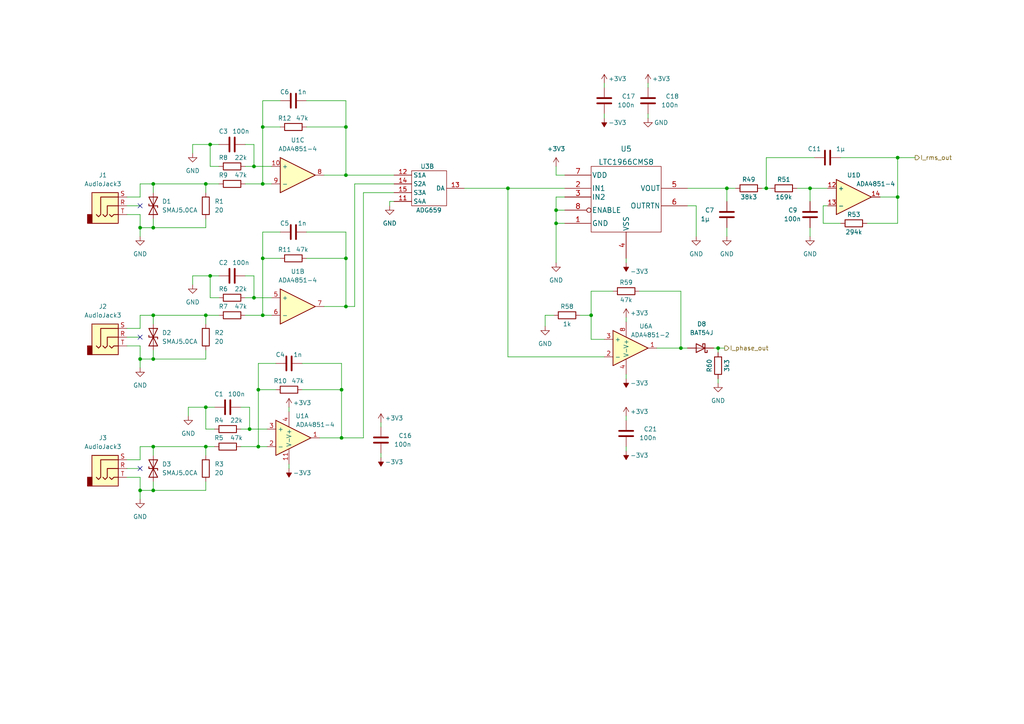
<source format=kicad_sch>
(kicad_sch (version 20211123) (generator eeschema)
  (paper "A4")
  (lib_symbols
    (symbol "ADA4851-2_multipart:ADA4851-2"
      (property "Reference" "U" (at 2.54 3.81 0))
      (property "Value" "ADA4851-2" (at 7.62 -3.81 0))
      (symbol "ADA4851-2_0_1"
        (polyline (pts (xy -3.81 5.08) (xy 6.35 0) (xy -3.81 -5.08) (xy -3.81 5.08)) (stroke (width 0.254)) (fill (type background)))
      )
      (symbol "ADA4851-2_1_1"
        (pin output line (at 8.89 0 180) (length 2.54) (name "~") (number "1"))
        (pin input line (at -6.35 -2.54 0) (length 2.54) (name "-") (number "2"))
        (pin input line (at -6.35 2.54 0) (length 2.54) (name "+") (number "3"))
        (pin power_in line (at 0 -7.62 90) (length 4.445) (name "V-") (number "4"))
        (pin power_in line (at 0 7.62 270) (length 4.445) (name "V+") (number "8"))
      )
      (symbol "ADA4851-2_2_1"
        (pin input line (at -6.35 2.54 0) (length 2.54) (name "+") (number "5"))
        (pin input line (at -6.35 -2.54 0) (length 2.54) (name "-") (number "6"))
        (pin output line (at 8.89 0 180) (length 2.54) (name "~") (number "7"))
      )
    )
    (symbol "ADA4851-4_multipart:ADA4851-4"
      (property "Reference" "U" (at 2.54 -0.635 0))
      (property "Value" "ADA4851-4" (at 7.62 -8.89 0))
      (symbol "ADA4851-4_0_1"
        (polyline (pts (xy -3.81 0) (xy 6.35 -5.08) (xy -3.81 -10.16) (xy -3.81 0)) (stroke (width 0.254)) (fill (type background)))
      )
      (symbol "ADA4851-4_1_1"
        (pin output line (at 8.89 -5.08 180) (length 2.54) (name "~") (number "1"))
        (pin power_in line (at 0 -12.7 90) (length 4.445) (name "V-") (number "11"))
        (pin input line (at -6.35 -7.62 0) (length 2.54) (name "-") (number "2"))
        (pin input line (at -6.35 -2.54 0) (length 2.54) (name "+") (number "3"))
        (pin power_in line (at 0 2.54 270) (length 4.445) (name "V+") (number "4"))
      )
      (symbol "ADA4851-4_2_1"
        (pin input line (at -6.35 -2.54 0) (length 2.54) (name "+") (number "5"))
        (pin input line (at -6.35 -7.62 0) (length 2.54) (name "-") (number "6"))
        (pin output line (at 8.89 -5.08 180) (length 2.54) (name "~") (number "7"))
      )
      (symbol "ADA4851-4_3_1"
        (pin input line (at -6.35 -2.54 0) (length 2.54) (name "+") (number "10"))
        (pin output line (at 8.89 -5.08 180) (length 2.54) (name "~") (number "8"))
        (pin input line (at -6.35 -7.62 0) (length 2.54) (name "-") (number "9"))
      )
      (symbol "ADA4851-4_4_1"
        (pin input line (at -6.35 -2.54 0) (length 2.54) (name "+") (number "12"))
        (pin input line (at -6.35 -7.62 0) (length 2.54) (name "-") (number "13"))
        (pin output line (at 8.89 -5.08 180) (length 2.54) (name "~") (number "14"))
      )
    )
    (symbol "ADG659_multipart:ADG659"
      (property "Reference" "U" (at 0 12.7 0))
      (property "Value" "ADG659" (at 0 10.16 0))
      (symbol "ADG659_1_1"
        (rectangle (start -6.35 8.89) (end 6.35 -10.16))
        (pin input line (at -11.43 2.54 0) (length 5.08) (name "A0") (number "10"))
        (pin power_in line (at -11.43 6.35 0) (length 5.08) (name "VDD") (number "16"))
        (pin input inverted (at -11.43 -3.81 0) (length 5.08) (name "EN") (number "6"))
        (pin power_in line (at 0 -15.24 90) (length 5.08) (name "VSS") (number "7"))
        (pin power_in line (at -11.43 -7.62 0) (length 5.08) (name "GND") (number "8"))
        (pin input line (at -11.43 0 0) (length 5.08) (name "A1") (number "9"))
      )
      (symbol "ADG659_2_1"
        (rectangle (start -5.08 5.08) (end 5.08 -5.08))
        (pin input line (at -10.16 -3.81 0) (length 5.08) (name "S4A") (number "11"))
        (pin input line (at -10.16 3.81 0) (length 5.08) (name "S1A") (number "12"))
        (pin output line (at 10.16 0 180) (length 5.08) (name "DA") (number "13"))
        (pin input line (at -10.16 1.27 0) (length 5.08) (name "S2A") (number "14"))
        (pin input line (at -10.16 -1.27 0) (length 5.08) (name "S3A") (number "15"))
      )
      (symbol "ADG659_3_1"
        (rectangle (start -5.08 5.08) (end 5.08 -5.08))
        (pin input line (at -10.16 3.81 0) (length 5.08) (name "S1B") (number "1"))
        (pin input line (at -10.16 -1.27 0) (length 5.08) (name "S3B") (number "2"))
        (pin output line (at 10.16 0 180) (length 5.08) (name "DB") (number "3"))
        (pin input line (at -10.16 -3.81 0) (length 5.08) (name "S4B") (number "4"))
        (pin input line (at -10.16 1.27 0) (length 5.08) (name "S2B") (number "5"))
      )
    )
    (symbol "Connector:AudioJack3"
      (property "Reference" "J" (at 0 8.89 0))
      (property "Value" "AudioJack3" (at 0 6.35 0))
      (symbol "AudioJack3_0_1"
        (rectangle (start -5.08 -5.08) (end -6.35 -2.54) (stroke (width 0.254)) (fill (type outline)))
        (polyline (pts (xy 0 -2.54) (xy 0.635 -3.175) (xy 1.27 -2.54) (xy 2.54 -2.54)) (stroke (width 0.254)))
        (polyline (pts (xy -1.905 -2.54) (xy -1.27 -3.175) (xy -0.635 -2.54) (xy -0.635 0) (xy 2.54 0)) (stroke (width 0.254)))
        (polyline (pts (xy 2.54 2.54) (xy -2.54 2.54) (xy -2.54 -2.54) (xy -3.175 -3.175) (xy -3.81 -2.54)) (stroke (width 0.254)))
        (rectangle (start 2.54 3.81) (end -5.08 -5.08) (stroke (width 0.254)) (fill (type background)))
      )
      (symbol "AudioJack3_1_1"
        (pin passive line (at 5.08 0 180) (length 2.54) (name "~") (number "R"))
        (pin passive line (at 5.08 2.54 180) (length 2.54) (name "~") (number "S"))
        (pin passive line (at 5.08 -2.54 180) (length 2.54) (name "~") (number "T"))
      )
    )
    (symbol "Device:C" (pin_numbers hide) (pin_names (offset 0.254))
      (property "Reference" "C" (at 0.635 2.54 0))
      (property "Value" "C" (at 0.635 -2.54 0))
      (symbol "C_0_1"
        (polyline (pts (xy -2.032 -0.762) (xy 2.032 -0.762)) (stroke (width 0.508)))
        (polyline (pts (xy -2.032 0.762) (xy 2.032 0.762)) (stroke (width 0.508)))
      )
      (symbol "C_1_1"
        (pin passive line (at 0 3.81 270) (length 2.794) (name "~") (number "1"))
        (pin passive line (at 0 -3.81 90) (length 2.794) (name "~") (number "2"))
      )
    )
    (symbol "Device:D_TVS" (pin_numbers hide) (pin_names (offset 1.016) hide)
      (property "Reference" "D" (at 0 2.54 0))
      (property "Value" "D_TVS" (at 0 -2.54 0))
      (symbol "D_TVS_0_1"
        (polyline (pts (xy 1.27 0) (xy -1.27 0)))
        (polyline (pts (xy 0.508 1.27) (xy 0 1.27) (xy 0 -1.27) (xy -0.508 -1.27)) (stroke (width 0.254)))
        (polyline (pts (xy -2.54 1.27) (xy -2.54 -1.27) (xy 2.54 1.27) (xy 2.54 -1.27) (xy -2.54 1.27)) (stroke (width 0.254)))
      )
      (symbol "D_TVS_1_1"
        (pin passive line (at -3.81 0 0) (length 2.54) (name "A1") (number "1"))
        (pin passive line (at 3.81 0 180) (length 2.54) (name "A2") (number "2"))
      )
    )
    (symbol "Device:R" (pin_numbers hide) (pin_names (offset 0))
      (property "Reference" "R" (at 2.032 0 90))
      (property "Value" "R" (at 0 0 90))
      (symbol "R_0_1"
        (rectangle (start -1.016 -2.54) (end 1.016 2.54) (stroke (width 0.254)))
      )
      (symbol "R_1_1"
        (pin passive line (at 0 3.81 270) (length 1.27) (name "~") (number "1"))
        (pin passive line (at 0 -3.81 90) (length 1.27) (name "~") (number "2"))
      )
    )
    (symbol "Diode:BAT54J" (pin_numbers hide) (pin_names hide)
      (property "Reference" "D" (at 0 2.54 0))
      (property "Value" "BAT54J" (at 0 -2.54 0))
      (symbol "BAT54J_0_1"
        (polyline (pts (xy 1.27 0) (xy -1.27 0)))
        (polyline (pts (xy 1.27 1.27) (xy 1.27 -1.27) (xy -1.27 0) (xy 1.27 1.27)) (stroke (width 0.254)))
        (polyline (pts (xy -1.905 0.635) (xy -1.905 1.27) (xy -1.27 1.27) (xy -1.27 -1.27) (xy -0.635 -1.27) (xy -0.635 -0.635)) (stroke (width 0.254)))
      )
      (symbol "BAT54J_1_1"
        (pin passive line (at -3.81 0 0) (length 2.54) (name "K") (number "1"))
        (pin passive line (at 3.81 0 180) (length 2.54) (name "A") (number "2"))
      )
    )
    (symbol "LTC1966:LTC1966CMS8" (pin_names (offset 0.254))
      (property "Reference" "U" (at 0 13.97 0))
      (property "Value" "LTC1966CMS8" (at 0 11.43 0))
      (symbol "LTC1966CMS8_1_1"
        (rectangle (start -10.16 8.89) (end 10.16 -10.16))
        (pin power_in line (at -17.78 -7.62 0) (length 7.62) (name "GND") (number "1"))
        (pin input line (at -17.78 2.54 0) (length 7.62) (name "IN1") (number "2"))
        (pin input line (at -17.78 0 0) (length 7.62) (name "IN2") (number "3"))
        (pin power_in line (at 0 -17.78 90) (length 7.62) (name "VSS") (number "4"))
        (pin output line (at 17.78 2.54 180) (length 7.62) (name "VOUT") (number "5"))
        (pin input line (at 17.78 -2.54 180) (length 7.62) (name "OUTRTN") (number "6"))
        (pin power_in line (at -17.78 6.35 0) (length 7.62) (name "VDD") (number "7"))
        (pin input inverted (at -17.78 -3.81 0) (length 7.62) (name "ENABLE") (number "8"))
      )
    )
    (symbol "power:+3V3" (power) (pin_names (offset 0))
      (property "Value" "+3V3" (at 0 3.556 0))
      (symbol "+3V3_0_1"
        (polyline (pts (xy -0.762 1.27) (xy 0 2.54)))
        (polyline (pts (xy 0 0) (xy 0 2.54)))
        (polyline (pts (xy 0 2.54) (xy 0.762 1.27)))
      )
      (symbol "+3V3_1_1"
        (pin power_in line (at 0 0 90) (length 0) hide (name "+3V3") (number "1"))
      )
    )
    (symbol "power:-3V3" (power) (pin_names (offset 0))
      (property "Value" "-3V3" (at 0 3.81 0))
      (symbol "-3V3_0_0"
        (pin power_in line (at 0 0 90) (length 0) hide (name "-3V3") (number "1"))
      )
      (symbol "-3V3_0_1"
        (polyline (pts (xy 0 0) (xy 0 1.27) (xy 0.762 1.27) (xy 0 2.54) (xy -0.762 1.27) (xy 0 1.27)) (fill (type outline)))
      )
    )
    (symbol "power:GND" (power) (pin_names (offset 0))
      (property "Value" "GND" (at 0 -3.81 0))
      (symbol "GND_0_1"
        (polyline (pts (xy 0 0) (xy 0 -1.27) (xy 1.27 -1.27) (xy 0 -2.54) (xy -1.27 -1.27) (xy 0 -1.27)))
      )
      (symbol "GND_1_1"
        (pin power_in line (at 0 0 270) (length 0) hide (name "GND") (number "1"))
      )
    )
  )
  (junction (at 44.45 104.14))
  (junction (at 44.45 142.24))
  (junction (at 222.25 54.61))
  (junction (at 76.2 36.83))
  (junction (at 59.69 118.11))
  (junction (at 161.29 60.96))
  (junction (at 100.33 74.93))
  (junction (at 44.45 53.34))
  (junction (at 72.39 124.46))
  (junction (at 260.35 45.72))
  (junction (at 60.96 80.01))
  (junction (at 40.64 142.24))
  (junction (at 208.28 100.965))
  (junction (at 234.95 54.61))
  (junction (at 73.66 86.36))
  (junction (at 147.32 54.61))
  (junction (at 73.66 48.26))
  (junction (at 59.69 53.34))
  (junction (at 100.33 88.9))
  (junction (at 76.2 53.34))
  (junction (at 260.35 57.15))
  (junction (at 76.2 74.93))
  (junction (at 74.93 113.03))
  (junction (at 40.64 104.14))
  (junction (at 44.45 91.44))
  (junction (at 76.2 91.44))
  (junction (at 74.93 129.54))
  (junction (at 59.69 91.44))
  (junction (at 197.485 100.965))
  (junction (at 60.96 41.91))
  (junction (at 161.29 64.77))
  (junction (at 171.45 91.44))
  (junction (at 99.06 127))
  (junction (at 100.33 36.83))
  (junction (at 40.64 66.04))
  (junction (at 99.06 113.03))
  (junction (at 59.69 129.54))
  (junction (at 210.82 54.61))
  (junction (at 100.33 50.8))
  (junction (at 44.45 66.04))
  (junction (at 44.45 129.54))
  (no_connect (at 40.64 135.89))
  (no_connect (at 40.64 97.79))
  (no_connect (at 40.64 59.69))
  (wire (pts (xy 40.64 66.04) (xy 40.64 68.58)))
  (wire (pts (xy 73.66 80.01) (xy 73.66 86.36)))
  (wire (pts (xy 185.42 84.455) (xy 197.485 84.455)))
  (wire (pts (xy 181.61 129.54) (xy 181.61 130.81)))
  (wire (pts (xy 208.28 100.965) (xy 208.28 102.235)))
  (wire (pts (xy 59.69 66.04) (xy 59.69 63.5)))
  (wire (pts (xy 40.64 142.24) (xy 40.64 144.78)))
  (wire (pts (xy 177.8 84.455) (xy 171.45 84.455)))
  (wire (pts (xy 40.64 62.23) (xy 40.64 66.04)))
  (wire (pts (xy 71.12 41.91) (xy 73.66 41.91)))
  (wire (pts (xy 63.5 41.91) (xy 60.96 41.91)))
  (wire (pts (xy 73.66 41.91) (xy 73.66 48.26)))
  (wire (pts (xy 243.84 64.77) (xy 238.76 64.77)))
  (wire (pts (xy 171.45 84.455) (xy 171.45 91.44)))
  (wire (pts (xy 80.01 105.41) (xy 74.93 105.41)))
  (wire (pts (xy 36.83 62.23) (xy 40.64 62.23)))
  (wire (pts (xy 74.93 129.54) (xy 77.47 129.54)))
  (wire (pts (xy 40.64 133.35) (xy 40.64 129.54)))
  (wire (pts (xy 81.28 29.21) (xy 76.2 29.21)))
  (wire (pts (xy 99.06 127) (xy 105.41 127)))
  (wire (pts (xy 76.2 74.93) (xy 76.2 91.44)))
  (wire (pts (xy 161.29 50.8) (xy 163.83 50.8)))
  (wire (pts (xy 100.33 50.8) (xy 100.33 36.83)))
  (wire (pts (xy 40.64 138.43) (xy 40.64 142.24)))
  (wire (pts (xy 74.93 113.03) (xy 74.93 129.54)))
  (wire (pts (xy 161.29 57.15) (xy 161.29 60.96)))
  (wire (pts (xy 100.33 88.9) (xy 93.98 88.9)))
  (wire (pts (xy 187.96 24.13) (xy 187.96 25.4)))
  (wire (pts (xy 60.96 41.91) (xy 60.96 48.26)))
  (wire (pts (xy 59.69 53.34) (xy 59.69 55.88)))
  (wire (pts (xy 93.98 50.8) (xy 100.33 50.8)))
  (wire (pts (xy 163.83 57.15) (xy 161.29 57.15)))
  (wire (pts (xy 100.33 67.31) (xy 100.33 74.93)))
  (wire (pts (xy 168.275 91.44) (xy 171.45 91.44)))
  (wire (pts (xy 44.45 53.34) (xy 44.45 55.88)))
  (wire (pts (xy 181.61 92.075) (xy 181.61 93.345)))
  (wire (pts (xy 59.69 142.24) (xy 59.69 139.7)))
  (wire (pts (xy 161.29 48.26) (xy 161.29 50.8)))
  (wire (pts (xy 222.25 45.72) (xy 236.22 45.72)))
  (wire (pts (xy 71.12 91.44) (xy 76.2 91.44)))
  (wire (pts (xy 59.69 129.54) (xy 59.69 132.08)))
  (wire (pts (xy 100.33 88.9) (xy 100.33 74.93)))
  (wire (pts (xy 208.28 109.855) (xy 208.28 111.125)))
  (wire (pts (xy 36.83 133.35) (xy 40.64 133.35)))
  (wire (pts (xy 181.61 120.65) (xy 181.61 121.92)))
  (wire (pts (xy 44.45 53.34) (xy 59.69 53.34)))
  (wire (pts (xy 73.66 48.26) (xy 71.12 48.26)))
  (wire (pts (xy 44.45 63.5) (xy 44.45 66.04)))
  (wire (pts (xy 76.2 36.83) (xy 76.2 53.34)))
  (wire (pts (xy 36.83 57.15) (xy 40.64 57.15)))
  (wire (pts (xy 187.96 33.02) (xy 187.96 34.29)))
  (wire (pts (xy 74.93 113.03) (xy 80.01 113.03)))
  (wire (pts (xy 76.2 36.83) (xy 81.28 36.83)))
  (wire (pts (xy 83.82 118.11) (xy 83.82 119.38)))
  (wire (pts (xy 99.06 127) (xy 92.71 127)))
  (wire (pts (xy 134.62 54.61) (xy 147.32 54.61)))
  (wire (pts (xy 238.76 59.69) (xy 240.03 59.69)))
  (wire (pts (xy 73.66 86.36) (xy 71.12 86.36)))
  (wire (pts (xy 161.29 76.2) (xy 161.29 64.77)))
  (wire (pts (xy 74.93 105.41) (xy 74.93 113.03)))
  (wire (pts (xy 238.76 64.77) (xy 238.76 59.69)))
  (wire (pts (xy 76.2 29.21) (xy 76.2 36.83)))
  (wire (pts (xy 44.45 129.54) (xy 59.69 129.54)))
  (wire (pts (xy 100.33 50.8) (xy 114.3 50.8)))
  (wire (pts (xy 222.25 54.61) (xy 223.52 54.61)))
  (wire (pts (xy 147.32 103.505) (xy 147.32 54.61)))
  (wire (pts (xy 260.35 64.77) (xy 260.35 57.15)))
  (wire (pts (xy 44.45 139.7) (xy 44.45 142.24)))
  (wire (pts (xy 40.64 57.15) (xy 40.64 53.34)))
  (wire (pts (xy 260.35 57.15) (xy 255.27 57.15)))
  (wire (pts (xy 114.3 55.88) (xy 105.41 55.88)))
  (wire (pts (xy 100.33 36.83) (xy 88.9 36.83)))
  (wire (pts (xy 40.64 142.24) (xy 44.45 142.24)))
  (wire (pts (xy 181.61 74.93) (xy 181.61 76.2)))
  (wire (pts (xy 69.85 118.11) (xy 72.39 118.11)))
  (wire (pts (xy 113.03 59.69) (xy 113.03 58.42)))
  (wire (pts (xy 99.06 127) (xy 99.06 113.03)))
  (wire (pts (xy 210.82 66.04) (xy 210.82 68.58)))
  (wire (pts (xy 147.32 54.61) (xy 163.83 54.61)))
  (wire (pts (xy 76.2 53.34) (xy 78.74 53.34)))
  (wire (pts (xy 44.45 142.24) (xy 59.69 142.24)))
  (wire (pts (xy 234.95 54.61) (xy 240.03 54.61)))
  (wire (pts (xy 175.26 24.13) (xy 175.26 25.4)))
  (wire (pts (xy 222.25 45.72) (xy 222.25 54.61)))
  (wire (pts (xy 62.23 118.11) (xy 59.69 118.11)))
  (wire (pts (xy 55.88 82.55) (xy 55.88 80.01)))
  (wire (pts (xy 110.49 131.445) (xy 110.49 132.715)))
  (wire (pts (xy 59.69 53.34) (xy 63.5 53.34)))
  (wire (pts (xy 88.9 67.31) (xy 100.33 67.31)))
  (wire (pts (xy 36.83 135.89) (xy 40.64 135.89)))
  (wire (pts (xy 201.93 68.58) (xy 201.93 59.69)))
  (wire (pts (xy 243.84 45.72) (xy 260.35 45.72)))
  (wire (pts (xy 69.85 129.54) (xy 74.93 129.54)))
  (wire (pts (xy 197.485 100.965) (xy 190.5 100.965)))
  (wire (pts (xy 210.82 54.61) (xy 210.82 58.42)))
  (wire (pts (xy 40.64 104.14) (xy 44.45 104.14)))
  (wire (pts (xy 113.03 58.42) (xy 114.3 58.42)))
  (wire (pts (xy 76.2 74.93) (xy 81.28 74.93)))
  (wire (pts (xy 260.35 45.72) (xy 265.43 45.72)))
  (wire (pts (xy 55.88 44.45) (xy 55.88 41.91)))
  (wire (pts (xy 160.655 91.44) (xy 158.115 91.44)))
  (wire (pts (xy 40.64 53.34) (xy 44.45 53.34)))
  (wire (pts (xy 100.33 29.21) (xy 100.33 36.83)))
  (wire (pts (xy 40.64 91.44) (xy 44.45 91.44)))
  (wire (pts (xy 59.69 91.44) (xy 63.5 91.44)))
  (wire (pts (xy 171.45 91.44) (xy 171.45 98.425)))
  (wire (pts (xy 231.14 54.61) (xy 234.95 54.61)))
  (wire (pts (xy 54.61 118.11) (xy 59.69 118.11)))
  (wire (pts (xy 44.45 104.14) (xy 59.69 104.14)))
  (wire (pts (xy 110.49 122.555) (xy 110.49 123.825)))
  (wire (pts (xy 251.46 64.77) (xy 260.35 64.77)))
  (wire (pts (xy 54.61 120.65) (xy 54.61 118.11)))
  (wire (pts (xy 197.485 100.965) (xy 199.39 100.965)))
  (wire (pts (xy 36.83 95.25) (xy 40.64 95.25)))
  (wire (pts (xy 83.82 134.62) (xy 83.82 135.89)))
  (wire (pts (xy 36.83 100.33) (xy 40.64 100.33)))
  (wire (pts (xy 73.66 86.36) (xy 78.74 86.36)))
  (wire (pts (xy 40.64 129.54) (xy 44.45 129.54)))
  (wire (pts (xy 72.39 124.46) (xy 77.47 124.46)))
  (wire (pts (xy 44.45 91.44) (xy 59.69 91.44)))
  (wire (pts (xy 36.83 97.79) (xy 40.64 97.79)))
  (wire (pts (xy 59.69 104.14) (xy 59.69 101.6)))
  (wire (pts (xy 87.63 105.41) (xy 99.06 105.41)))
  (wire (pts (xy 36.83 59.69) (xy 40.64 59.69)))
  (wire (pts (xy 158.115 91.44) (xy 158.115 94.615)))
  (wire (pts (xy 99.06 113.03) (xy 87.63 113.03)))
  (wire (pts (xy 55.88 41.91) (xy 60.96 41.91)))
  (wire (pts (xy 55.88 80.01) (xy 60.96 80.01)))
  (wire (pts (xy 72.39 118.11) (xy 72.39 124.46)))
  (wire (pts (xy 71.12 80.01) (xy 73.66 80.01)))
  (wire (pts (xy 234.95 54.61) (xy 234.95 58.42)))
  (wire (pts (xy 44.45 101.6) (xy 44.45 104.14)))
  (wire (pts (xy 161.29 64.77) (xy 163.83 64.77)))
  (wire (pts (xy 175.26 103.505) (xy 147.32 103.505)))
  (wire (pts (xy 59.69 129.54) (xy 62.23 129.54)))
  (wire (pts (xy 76.2 91.44) (xy 78.74 91.44)))
  (wire (pts (xy 60.96 80.01) (xy 60.96 86.36)))
  (wire (pts (xy 199.39 54.61) (xy 210.82 54.61)))
  (wire (pts (xy 208.28 100.965) (xy 210.185 100.965)))
  (wire (pts (xy 40.64 95.25) (xy 40.64 91.44)))
  (wire (pts (xy 44.45 129.54) (xy 44.45 132.08)))
  (wire (pts (xy 36.83 138.43) (xy 40.64 138.43)))
  (wire (pts (xy 102.87 88.9) (xy 100.33 88.9)))
  (wire (pts (xy 44.45 66.04) (xy 59.69 66.04)))
  (wire (pts (xy 73.66 48.26) (xy 78.74 48.26)))
  (wire (pts (xy 213.36 54.61) (xy 210.82 54.61)))
  (wire (pts (xy 175.26 33.02) (xy 175.26 34.29)))
  (wire (pts (xy 59.69 124.46) (xy 62.23 124.46)))
  (wire (pts (xy 40.64 104.14) (xy 40.64 106.68)))
  (wire (pts (xy 59.69 91.44) (xy 59.69 93.98)))
  (wire (pts (xy 99.06 105.41) (xy 99.06 113.03)))
  (wire (pts (xy 100.33 74.93) (xy 88.9 74.93)))
  (wire (pts (xy 234.95 66.04) (xy 234.95 68.58)))
  (wire (pts (xy 207.01 100.965) (xy 208.28 100.965)))
  (wire (pts (xy 197.485 84.455) (xy 197.485 100.965)))
  (wire (pts (xy 161.29 64.77) (xy 161.29 60.96)))
  (wire (pts (xy 114.3 53.34) (xy 102.87 53.34)))
  (wire (pts (xy 72.39 124.46) (xy 69.85 124.46)))
  (wire (pts (xy 220.98 54.61) (xy 222.25 54.61)))
  (wire (pts (xy 171.45 98.425) (xy 175.26 98.425)))
  (wire (pts (xy 60.96 48.26) (xy 63.5 48.26)))
  (wire (pts (xy 40.64 100.33) (xy 40.64 104.14)))
  (wire (pts (xy 63.5 80.01) (xy 60.96 80.01)))
  (wire (pts (xy 59.69 118.11) (xy 59.69 124.46)))
  (wire (pts (xy 199.39 59.69) (xy 201.93 59.69)))
  (wire (pts (xy 81.28 67.31) (xy 76.2 67.31)))
  (wire (pts (xy 40.64 66.04) (xy 44.45 66.04)))
  (wire (pts (xy 260.35 45.72) (xy 260.35 57.15)))
  (wire (pts (xy 161.29 60.96) (xy 163.83 60.96)))
  (wire (pts (xy 60.96 86.36) (xy 63.5 86.36)))
  (wire (pts (xy 181.61 108.585) (xy 181.61 109.855)))
  (wire (pts (xy 102.87 53.34) (xy 102.87 88.9)))
  (wire (pts (xy 88.9 29.21) (xy 100.33 29.21)))
  (wire (pts (xy 44.45 91.44) (xy 44.45 93.98)))
  (wire (pts (xy 76.2 67.31) (xy 76.2 74.93)))
  (wire (pts (xy 71.12 53.34) (xy 76.2 53.34)))
  (wire (pts (xy 105.41 55.88) (xy 105.41 127)))
  (hierarchical_label "I_rms_out" (shape output) (at 265.43 45.72 0))
  (hierarchical_label "I_phase_out" (shape output) (at 210.185 100.965 0))
  (symbol (lib_id "Device:R") (at 66.04 129.54 90) (unit 1)
    (property "Reference" "R5" (at 63.5 127 90))
    (property "Value" "47k" (at 68.58 127 90))
    (property "Footprint" "Resistor_SMD:R_0603_1608Metric_Pad0.98x0.95mm_HandSolder" (effects hide))
  )
  (symbol (lib_id "Device:D_TVS") (at 44.45 59.69 90) (unit 1)
    (property "Reference" "D1" (at 46.99 58.4199 90) (effects (justify right)))
    (property "Value" "SMAJ5.0CA" (at 46.99 60.9599 90) (effects (justify right)))
    (property "Footprint" "Diode_SMD:D_SMA_Handsoldering" (effects hide))
  )
  (symbol (lib_id "Device:R") (at 217.17 54.61 90) (unit 1)
    (property "Reference" "R49" (at 217.17 52.07 90))
    (property "Value" "38k3" (at 217.17 57.15 90))
    (property "Footprint" "Resistor_SMD:R_0603_1608Metric_Pad0.98x0.95mm_HandSolder" (effects hide))
  )
  (symbol (lib_id "ADA4851-4_multipart:ADA4851-4") (at 83.82 121.92 0) (unit 1)
    (property "Reference" "U1" (at 87.63 120.65 0))
    (property "Value" "ADA4851-4" (at 91.44 123.19 0))
    (property "Footprint" "Footprints:ADA4851-4YRUZ" (effects hide))
  )
  (symbol (lib_id "power:-3V3") (at 181.61 109.855 180) (unit 1)
    (property "Reference" "#PWR0152" (effects hide))
    (property "Value" "-3V3" (at 185.42 111.125 0))
  )
  (symbol (lib_id "Device:R") (at 247.65 64.77 90) (unit 1)
    (property "Reference" "R53" (at 247.65 62.23 90))
    (property "Value" "294k" (at 247.65 67.31 90))
    (property "Footprint" "Resistor_SMD:R_0603_1608Metric_Pad0.98x0.95mm_HandSolder" (effects hide))
  )
  (symbol (lib_id "ADA4851-4_multipart:ADA4851-4") (at 246.38 52.07 0) (unit 4)
    (property "Reference" "U1" (at 247.65 50.8 0))
    (property "Value" "ADA4851-4" (at 254 53.34 0))
    (property "Footprint" "Footprints:ADA4851-4YRUZ" (effects hide))
  )
  (symbol (lib_id "power:GND") (at 40.64 68.58 0) (unit 1)
    (property "Reference" "#PWR0104" (effects hide))
    (property "Value" "GND" (at 40.64 73.66 0))
  )
  (symbol (lib_id "power:-3V3") (at 181.61 76.2 180) (unit 1)
    (property "Reference" "#PWR0136" (effects hide))
    (property "Value" "-3V3" (at 185.42 78.74 0))
  )
  (symbol (lib_id "Device:C") (at 187.96 29.21 0) (unit 1)
    (property "Reference" "C18" (at 193.04 27.94 0) (effects (justify left)))
    (property "Value" "100n" (at 191.77 30.48 0) (effects (justify left)))
    (property "Footprint" "Capacitor_SMD:C_0603_1608Metric_Pad1.08x0.95mm_HandSolder" (effects hide))
    (property "Voltage rating" "6.3V" (effects hide))
  )
  (symbol (lib_id "ADG659_multipart:ADG659") (at 124.46 54.61 0) (unit 2)
    (property "Reference" "U3" (at 121.92 48.26 0) (effects (justify left)))
    (property "Value" "ADG659" (at 120.65 60.96 0) (effects (justify left)))
    (property "Footprint" "Footprints:ADG659YRUZ" (effects hide))
  )
  (symbol (lib_id "Device:R") (at 67.31 86.36 90) (unit 1)
    (property "Reference" "R6" (at 64.77 83.82 90))
    (property "Value" "22k" (at 69.85 83.82 90))
    (property "Footprint" "Resistor_SMD:R_0603_1608Metric_Pad0.98x0.95mm_HandSolder" (effects hide))
  )
  (symbol (lib_id "Connector:AudioJack3") (at 31.75 59.69 0) (unit 1)
    (property "Reference" "J1" (at 29.845 50.8 0))
    (property "Value" "AudioJack3" (at 29.845 53.34 0))
    (property "Footprint" "Footprints:Jack_3.5mm_CUI_SJ-3523-SMT_Horizontal" (effects hide))
  )
  (symbol (lib_id "Device:D_TVS") (at 44.45 97.79 90) (unit 1)
    (property "Reference" "D2" (at 46.99 96.5199 90) (effects (justify right)))
    (property "Value" "SMAJ5.0CA" (at 46.99 99.0599 90) (effects (justify right)))
    (property "Footprint" "Diode_SMD:D_SMA_Handsoldering" (effects hide))
  )
  (symbol (lib_id "power:+3V3") (at 110.49 122.555 0) (unit 1)
    (property "Reference" "#PWR0138" (effects hide))
    (property "Value" "+3V3" (at 114.3 121.285 0))
  )
  (symbol (lib_id "power:GND") (at 55.88 82.55 0) (unit 1)
    (property "Reference" "#PWR0105" (effects hide))
    (property "Value" "GND" (at 55.88 87.63 0))
  )
  (symbol (lib_id "ADA4851-4_multipart:ADA4851-4") (at 85.09 83.82 0) (unit 2)
    (property "Reference" "U1" (at 86.36 78.74 0))
    (property "Value" "ADA4851-4" (at 86.36 81.28 0))
    (property "Footprint" "Footprints:ADA4851-4YRUZ" (effects hide))
  )
  (symbol (lib_id "Device:R") (at 208.28 106.045 180) (unit 1)
    (property "Reference" "R60" (at 205.74 106.045 90))
    (property "Value" "3k3" (at 210.82 106.045 90))
    (property "Footprint" "Resistor_SMD:R_0603_1608Metric_Pad0.98x0.95mm_HandSolder" (effects hide))
  )
  (symbol (lib_id "Device:R") (at 59.69 97.79 0) (unit 1)
    (property "Reference" "R2" (at 62.23 96.5199 0) (effects (justify left)))
    (property "Value" "20" (at 62.23 99.0599 0) (effects (justify left)))
    (property "Footprint" "Resistor_SMD:R_1206_3216Metric_Pad1.30x1.75mm_HandSolder" (effects hide))
  )
  (symbol (lib_id "power:-3V3") (at 181.61 130.81 180) (unit 1)
    (property "Reference" "#PWR0150" (effects hide))
    (property "Value" "-3V3" (at 185.42 132.08 0))
  )
  (symbol (lib_id "power:GND") (at 55.88 44.45 0) (unit 1)
    (property "Reference" "#PWR0108" (effects hide))
    (property "Value" "GND" (at 55.88 49.53 0))
  )
  (symbol (lib_id "power:-3V3") (at 110.49 132.715 180) (unit 1)
    (property "Reference" "#PWR0139" (effects hide))
    (property "Value" "-3V3" (at 114.3 133.985 0))
  )
  (symbol (lib_id "Connector:AudioJack3") (at 31.75 135.89 0) (unit 1)
    (property "Reference" "J3" (at 29.845 127 0))
    (property "Value" "AudioJack3" (at 29.845 129.54 0))
    (property "Footprint" "Footprints:Jack_3.5mm_CUI_SJ-3523-SMT_Horizontal" (effects hide))
  )
  (symbol (lib_id "power:+3V3") (at 161.29 48.26 0) (unit 1)
    (property "Reference" "#PWR0130" (effects hide))
    (property "Value" "+3V3" (at 161.29 43.18 0))
  )
  (symbol (lib_id "Device:C") (at 210.82 62.23 0) (unit 1)
    (property "Reference" "C7" (at 204.47 60.96 0) (effects (justify left)))
    (property "Value" "1µ" (at 203.2 63.5 0) (effects (justify left)))
    (property "Footprint" "Capacitor_SMD:C_0603_1608Metric_Pad1.08x0.95mm_HandSolder" (effects hide))
    (property "Voltage rating" "6.3V" (effects hide))
    (property "Grade" "X7R" (effects hide))
  )
  (symbol (lib_id "power:GND") (at 113.03 59.69 0) (unit 1)
    (property "Reference" "#PWR0119" (effects hide))
    (property "Value" "GND" (at 113.03 64.77 0))
  )
  (symbol (lib_id "Device:C") (at 66.04 118.11 90) (unit 1)
    (property "Reference" "C1" (at 63.5 114.3 90))
    (property "Value" "100n" (at 68.58 114.3 90))
    (property "Footprint" "Capacitor_SMD:C_0603_1608Metric_Pad1.08x0.95mm_HandSolder" (effects hide))
    (property "Voltage rating" "6.3V" (effects hide))
    (property "Grade" "X7R" (effects hide))
  )
  (symbol (lib_id "Device:D_TVS") (at 44.45 135.89 90) (unit 1)
    (property "Reference" "D3" (at 46.99 134.6199 90) (effects (justify right)))
    (property "Value" "SMAJ5.0CA" (at 46.99 137.1599 90) (effects (justify right)))
    (property "Footprint" "Diode_SMD:D_SMA_Handsoldering" (effects hide))
  )
  (symbol (lib_id "power:+3V3") (at 175.26 24.13 0) (unit 1)
    (property "Reference" "#PWR0134" (effects hide))
    (property "Value" "+3V3" (at 179.07 22.86 0))
  )
  (symbol (lib_id "Device:C") (at 85.09 29.21 90) (unit 1)
    (property "Reference" "C6" (at 82.55 26.67 90))
    (property "Value" "1n" (at 87.63 26.67 90))
    (property "Footprint" "Capacitor_SMD:C_0603_1608Metric_Pad1.08x0.95mm_HandSolder" (effects hide))
    (property "Voltage rating" "6.3V" (effects hide))
    (property "Grade" "X7R" (effects hide))
  )
  (symbol (lib_id "Device:R") (at 59.69 59.69 0) (unit 1)
    (property "Reference" "R1" (at 62.23 58.4199 0) (effects (justify left)))
    (property "Value" "20" (at 62.23 60.9599 0) (effects (justify left)))
    (property "Footprint" "Resistor_SMD:R_1206_3216Metric_Pad1.30x1.75mm_HandSolder" (effects hide))
  )
  (symbol (lib_id "Device:R") (at 85.09 36.83 90) (unit 1)
    (property "Reference" "R12" (at 82.55 34.29 90))
    (property "Value" "47k" (at 87.63 34.29 90))
    (property "Footprint" "Resistor_SMD:R_0603_1608Metric_Pad0.98x0.95mm_HandSolder" (effects hide))
  )
  (symbol (lib_id "power:-3V3") (at 175.26 34.29 180) (unit 1)
    (property "Reference" "#PWR0135" (effects hide))
    (property "Value" "-3V3" (at 179.07 35.56 0))
  )
  (symbol (lib_id "Device:R") (at 66.04 124.46 90) (unit 1)
    (property "Reference" "R4" (at 63.5 121.92 90))
    (property "Value" "22k" (at 68.58 121.92 90))
    (property "Footprint" "Resistor_SMD:R_0603_1608Metric_Pad0.98x0.95mm_HandSolder" (effects hide))
  )
  (symbol (lib_id "power:GND") (at 210.82 68.58 0) (unit 1)
    (property "Reference" "#PWR0114" (effects hide))
    (property "Value" "GND" (at 210.82 73.66 0))
  )
  (symbol (lib_id "LTC1966:LTC1966CMS8") (at 181.61 57.15 0) (unit 1)
    (property "Reference" "U5" (at 181.61 43.18 0) (effects (font (size 1.524 1.524))))
    (property "Value" "LTC1966CMS8" (at 181.61 46.99 0) (effects (font (size 1.524 1.524))))
    (property "Footprint" "Footprints:LTC1966CMS8" (effects hide))
  )
  (symbol (lib_id "power:GND") (at 187.96 34.29 0) (unit 1)
    (property "Reference" "#PWR0133" (effects hide))
    (property "Value" "GND" (at 191.77 35.56 0))
  )
  (symbol (lib_id "Device:C") (at 181.61 125.73 0) (unit 1)
    (property "Reference" "C21" (at 186.69 124.46 0) (effects (justify left)))
    (property "Value" "100n" (at 185.42 127 0) (effects (justify left)))
    (property "Footprint" "Capacitor_SMD:C_0603_1608Metric_Pad1.08x0.95mm_HandSolder" (effects hide))
    (property "Voltage rating" "10V" (effects hide))
  )
  (symbol (lib_id "Diode:BAT54J") (at 203.2 100.965 180) (unit 1)
    (property "Reference" "D8" (at 203.5175 93.98 0))
    (property "Value" "BAT54J" (at 203.5175 96.52 0))
    (property "Footprint" "Diode_SMD:D_SOD-323F" (effects hide))
    (property "Datasheet" "https://assets.nexperia.com/documents/data-sheet/BAT54J.pdf" (effects hide))
  )
  (symbol (lib_id "Device:C") (at 83.82 105.41 90) (unit 1)
    (property "Reference" "C4" (at 81.28 102.87 90))
    (property "Value" "1n" (at 86.36 102.87 90))
    (property "Footprint" "Capacitor_SMD:C_0603_1608Metric_Pad1.08x0.95mm_HandSolder" (effects hide))
    (property "Voltage rating" "6.3V" (effects hide))
    (property "Grade" "X7R" (effects hide))
  )
  (symbol (lib_id "Connector:AudioJack3") (at 31.75 97.79 0) (unit 1)
    (property "Reference" "J2" (at 29.845 88.9 0))
    (property "Value" "AudioJack3" (at 29.845 91.44 0))
    (property "Footprint" "Footprints:Jack_3.5mm_CUI_SJ-3523-SMT_Horizontal" (effects hide))
  )
  (symbol (lib_id "power:GND") (at 161.29 76.2 0) (unit 1)
    (property "Reference" "#PWR0131" (effects hide))
    (property "Value" "GND" (at 161.29 81.28 0))
  )
  (symbol (lib_id "power:GND") (at 208.28 111.125 0) (unit 1)
    (property "Reference" "#PWR0154" (effects hide))
    (property "Value" "GND" (at 208.28 116.205 0))
  )
  (symbol (lib_id "Device:R") (at 227.33 54.61 90) (unit 1)
    (property "Reference" "R51" (at 227.33 52.07 90))
    (property "Value" "169k" (at 227.33 57.15 90))
    (property "Footprint" "Resistor_SMD:R_0603_1608Metric_Pad0.98x0.95mm_HandSolder" (effects hide))
  )
  (symbol (lib_id "Device:R") (at 85.09 74.93 90) (unit 1)
    (property "Reference" "R11" (at 82.55 72.39 90))
    (property "Value" "47k" (at 87.63 72.39 90))
    (property "Footprint" "Resistor_SMD:R_0603_1608Metric_Pad0.98x0.95mm_HandSolder" (effects hide))
  )
  (symbol (lib_id "Device:R") (at 67.31 48.26 90) (unit 1)
    (property "Reference" "R8" (at 64.77 45.72 90))
    (property "Value" "22k" (at 69.85 45.72 90))
    (property "Footprint" "Resistor_SMD:R_0603_1608Metric_Pad0.98x0.95mm_HandSolder" (effects hide))
  )
  (symbol (lib_id "power:+3V3") (at 83.82 118.11 0) (unit 1)
    (property "Reference" "#PWR0103" (effects hide))
    (property "Value" "+3V3" (at 87.63 116.84 0))
  )
  (symbol (lib_id "Device:R") (at 67.31 53.34 90) (unit 1)
    (property "Reference" "R9" (at 64.77 50.8 90))
    (property "Value" "47k" (at 69.85 50.8 90))
    (property "Footprint" "Resistor_SMD:R_0603_1608Metric_Pad0.98x0.95mm_HandSolder" (effects hide))
  )
  (symbol (lib_id "ADA4851-4_multipart:ADA4851-4") (at 85.09 45.72 0) (unit 3)
    (property "Reference" "U1" (at 86.36 40.64 0))
    (property "Value" "ADA4851-4" (at 86.36 43.18 0))
    (property "Footprint" "Footprints:ADA4851-4YRUZ" (effects hide))
  )
  (symbol (lib_id "power:GND") (at 234.95 68.58 0) (unit 1)
    (property "Reference" "#PWR0115" (effects hide))
    (property "Value" "GND" (at 234.95 73.66 0))
  )
  (symbol (lib_id "Device:C") (at 67.31 80.01 90) (unit 1)
    (property "Reference" "C2" (at 64.77 76.2 90))
    (property "Value" "100n" (at 69.85 76.2 90))
    (property "Footprint" "Capacitor_SMD:C_0603_1608Metric_Pad1.08x0.95mm_HandSolder" (effects hide))
    (property "Voltage rating" "6.3V" (effects hide))
    (property "Grade" "X7R" (effects hide))
  )
  (symbol (lib_id "Device:C") (at 85.09 67.31 90) (unit 1)
    (property "Reference" "C5" (at 82.55 64.77 90))
    (property "Value" "1n" (at 87.63 64.77 90))
    (property "Footprint" "Capacitor_SMD:C_0603_1608Metric_Pad1.08x0.95mm_HandSolder" (effects hide))
    (property "Voltage rating" "6.3V" (effects hide))
    (property "Grade" "X7R" (effects hide))
  )
  (symbol (lib_id "power:+3V3") (at 187.96 24.13 0) (unit 1)
    (property "Reference" "#PWR0132" (effects hide))
    (property "Value" "+3V3" (at 191.77 22.86 0))
  )
  (symbol (lib_id "power:GND") (at 40.64 106.68 0) (unit 1)
    (property "Reference" "#PWR0107" (effects hide))
    (property "Value" "GND" (at 40.64 111.76 0))
  )
  (symbol (lib_id "Device:R") (at 164.465 91.44 90) (unit 1)
    (property "Reference" "R58" (at 164.465 88.9 90))
    (property "Value" "1k" (at 164.465 93.98 90))
    (property "Footprint" "Resistor_SMD:R_0603_1608Metric_Pad0.98x0.95mm_HandSolder" (effects hide))
  )
  (symbol (lib_id "Device:C") (at 67.31 41.91 90) (unit 1)
    (property "Reference" "C3" (at 64.77 38.1 90))
    (property "Value" "100n" (at 69.85 38.1 90))
    (property "Footprint" "Capacitor_SMD:C_0603_1608Metric_Pad1.08x0.95mm_HandSolder" (effects hide))
    (property "Voltage rating" "6.3V" (effects hide))
    (property "Grade" "X7R" (effects hide))
  )
  (symbol (lib_id "Device:R") (at 59.69 135.89 0) (unit 1)
    (property "Reference" "R3" (at 62.23 134.6199 0) (effects (justify left)))
    (property "Value" "20" (at 62.23 137.1599 0) (effects (justify left)))
    (property "Footprint" "Resistor_SMD:R_1206_3216Metric_Pad1.30x1.75mm_HandSolder" (effects hide))
  )
  (symbol (lib_id "Device:C") (at 110.49 127.635 0) (unit 1)
    (property "Reference" "C16" (at 115.57 126.365 0) (effects (justify left)))
    (property "Value" "100n" (at 114.3 128.905 0) (effects (justify left)))
    (property "Footprint" "Capacitor_SMD:C_0603_1608Metric_Pad1.08x0.95mm_HandSolder" (effects hide))
    (property "Voltage rating" "10V" (effects hide))
  )
  (symbol (lib_id "Device:R") (at 181.61 84.455 90) (unit 1)
    (property "Reference" "R59" (at 181.61 81.915 90))
    (property "Value" "47k" (at 181.61 86.995 90))
    (property "Footprint" "Resistor_SMD:R_0603_1608Metric_Pad0.98x0.95mm_HandSolder" (effects hide))
  )
  (symbol (lib_id "ADA4851-2_multipart:ADA4851-2") (at 181.61 100.965 0) (unit 1)
    (property "Reference" "U6" (at 187.325 94.615 0))
    (property "Value" "ADA4851-2" (at 188.595 97.155 0))
    (property "Footprint" "Footprints:ADA4851-2YRMZ" (effects hide))
  )
  (symbol (lib_id "Device:R") (at 83.82 113.03 90) (unit 1)
    (property "Reference" "R10" (at 81.28 110.49 90))
    (property "Value" "47k" (at 86.36 110.49 90))
    (property "Footprint" "Resistor_SMD:R_0603_1608Metric_Pad0.98x0.95mm_HandSolder" (effects hide))
  )
  (symbol (lib_id "Device:C") (at 234.95 62.23 0) (unit 1)
    (property "Reference" "C9" (at 228.6 60.96 0) (effects (justify left)))
    (property "Value" "100n" (at 227.33 63.5 0) (effects (justify left)))
    (property "Footprint" "Capacitor_SMD:C_0603_1608Metric_Pad1.08x0.95mm_HandSolder" (effects hide))
    (property "Voltage rating" "6.3V" (effects hide))
    (property "Grade" "X7R" (effects hide))
  )
  (symbol (lib_id "power:GND") (at 201.93 68.58 0) (unit 1)
    (property "Reference" "#PWR0137" (effects hide))
    (property "Value" "GND" (at 201.93 73.66 0))
  )
  (symbol (lib_id "Device:C") (at 175.26 29.21 0) (unit 1)
    (property "Reference" "C17" (at 180.34 27.94 0) (effects (justify left)))
    (property "Value" "100n" (at 179.07 30.48 0) (effects (justify left)))
    (property "Footprint" "Capacitor_SMD:C_0603_1608Metric_Pad1.08x0.95mm_HandSolder" (effects hide))
    (property "Voltage rating" "10V" (effects hide))
  )
  (symbol (lib_id "power:GND") (at 158.115 94.615 0) (unit 1)
    (property "Reference" "#PWR0153" (effects hide))
    (property "Value" "GND" (at 158.115 99.695 0))
  )
  (symbol (lib_id "power:GND") (at 40.64 144.78 0) (unit 1)
    (property "Reference" "#PWR0106" (effects hide))
    (property "Value" "GND" (at 40.64 149.86 0))
  )
  (symbol (lib_id "Device:C") (at 240.03 45.72 90) (unit 1)
    (property "Reference" "C11" (at 236.22 43.18 90))
    (property "Value" "1µ" (at 243.84 43.18 90))
    (property "Footprint" "Capacitor_SMD:C_0603_1608Metric_Pad1.08x0.95mm_HandSolder" (effects hide))
    (property "Voltage rating" "6.3V" (effects hide))
    (property "Grade" "X7R" (effects hide))
  )
  (symbol (lib_id "power:GND") (at 54.61 120.65 0) (unit 1)
    (property "Reference" "#PWR0101" (effects hide))
    (property "Value" "GND" (at 54.61 125.73 0))
  )
  (symbol (lib_id "Device:R") (at 67.31 91.44 90) (unit 1)
    (property "Reference" "R7" (at 64.77 88.9 90))
    (property "Value" "47k" (at 69.85 88.9 90))
    (property "Footprint" "Resistor_SMD:R_0603_1608Metric_Pad0.98x0.95mm_HandSolder" (effects hide))
  )
  (symbol (lib_id "power:-3V3") (at 83.82 135.89 180) (unit 1)
    (property "Reference" "#PWR0102" (effects hide))
    (property "Value" "-3V3" (at 87.63 137.16 0))
  )
  (symbol (lib_id "power:+3V3") (at 181.61 120.65 0) (unit 1)
    (property "Reference" "#PWR0151" (effects hide))
    (property "Value" "+3V3" (at 185.42 119.38 0))
  )
  (symbol (lib_id "power:+3V3") (at 181.61 92.075 0) (unit 1)
    (property "Reference" "#PWR0149" (effects hide))
    (property "Value" "+3V3" (at 185.42 90.805 0))
  )
)
</source>
